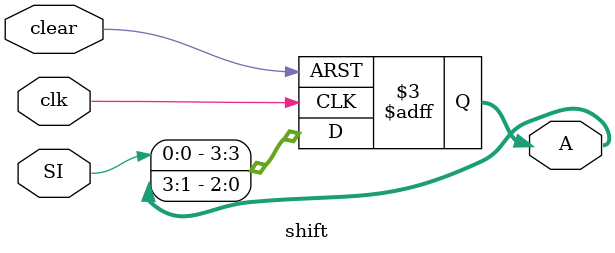
<source format=v>
module shift(input SI,input clk,input clear,output reg[3:0]A);
    always @ (posedge clk,negedge clear) begin
        if(~clear) A<=4'b0000;
        // shift right reg
        else A<={SI,A[3:1]};
    end
endmodule


// Doubt:
// negedge clear -> active low reset
// shouldn't it make A = 0000, when clear is 0 then??

// yeah, so there's a mistake in the code, it should be
// if(~clear) A<=4'b0000;
</source>
